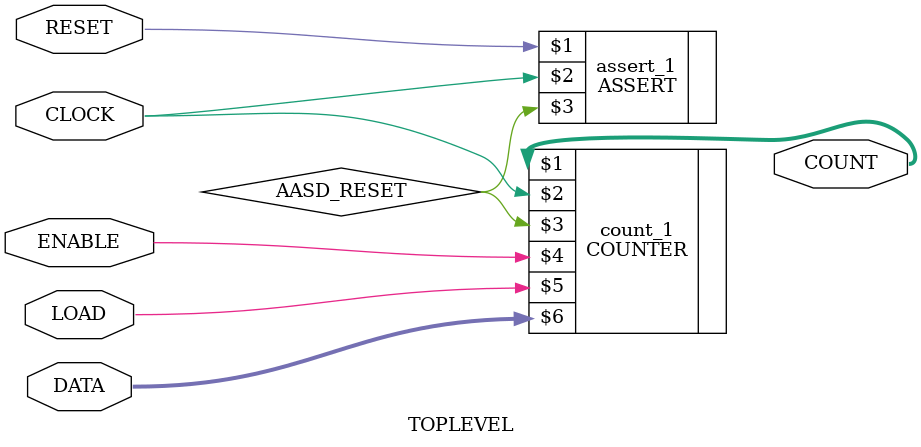
<source format=v>
`timescale 1 ns / 1 ns
`define PRIMARY_OUT 2  //ns (primary outputs)
`define FAN_OUT_1 0.4 //ns (one output fanout)
`define FAN_OUT_2 0.7 //ns (two output fanout)
`define FAN_OUT_3 1.0 //ns (two output fanout)
`define TIME_DELAY_1 2 //ns (one input gates)
`define TIME_DELAY_2 3 //ns (two input gates)
`define TIME_DELAY_3 4 //ns (three input gates)

module TOPLEVEL (ENABLE, LOAD, CLOCK, DATA, COUNT, RESET);
output [7:0] COUNT;
input [7:0] DATA;
input CLOCK, RESET, LOAD, ENABLE;
wire RST;

//(RESET, CLK, AASD_RESET);
ASSERT assert_1(RESET, CLOCK, AASD_RESET);

//(COUNT, CLK, RST, ENL, LOAD, DATA);
COUNTER count_1(COUNT, CLOCK, AASD_RESET, ENABLE, LOAD, DATA);

endmodule

</source>
